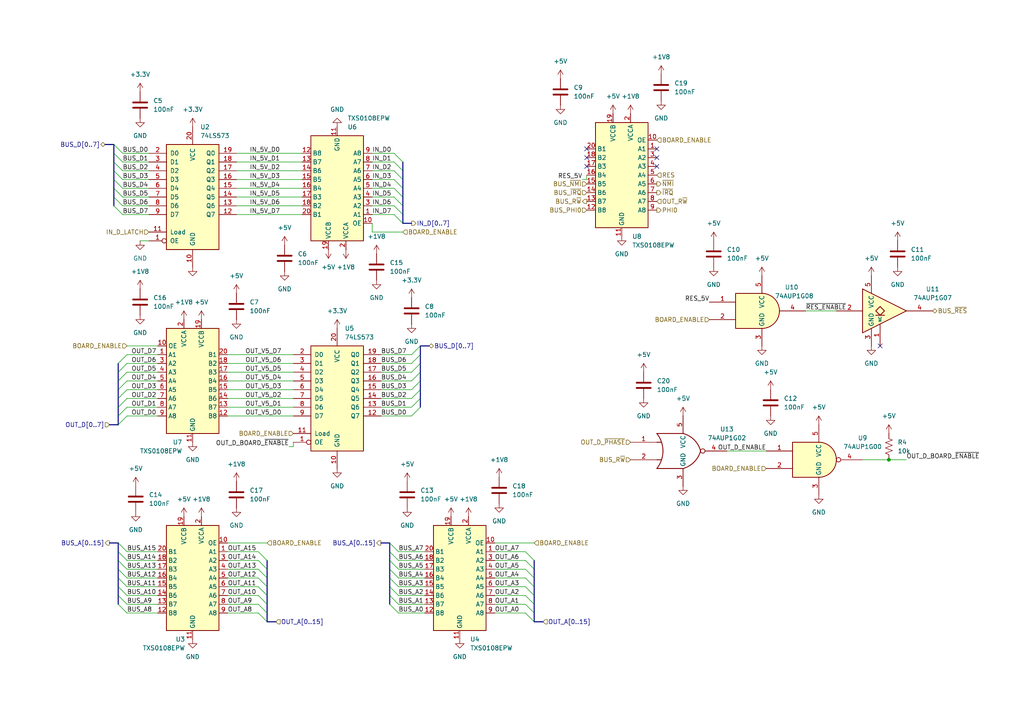
<source format=kicad_sch>
(kicad_sch (version 20231120) (generator "eeschema") (generator_version "8.0")
  (paper "A4")
  (lib_symbols
    (symbol "74xGxx:74AUP1G00"
      (property "Reference" "U" (at -2.54 3.81 0))
      (property "Value" "74AUP1G00" (at 0 -3.81 0))
      (symbol "74AUP1G00_0_1"
        (arc (start 0 -5.08) (mid 5.0579 0) (end 0 5.08) (stroke (width 0.254)) (fill (type background)))
        (polyline (pts (xy 0 -5.08) (xy -7.62 -5.08) (xy -7.62 5.08) (xy 0 5.08)) (stroke (width 0.254)) (fill (type background)))
      )
      (symbol "74AUP1G00_1_1"
        (pin input line (at -15.24 2.54 0) (length 7.62) (name "~") (number "1"))
        (pin input line (at -15.24 -2.54 0) (length 7.62) (name "~") (number "2"))
        (pin power_in line (at 0 -10.16 90) (length 5.08) (name "GND") (number "3"))
        (pin output inverted (at 12.7 0 180) (length 7.62) (name "~") (number "4"))
        (pin power_in line (at 0 10.16 270) (length 5.08) (name "VCC") (number "5"))
      )
    )
    (symbol "74xGxx:74AUP1G02"
      (property "Reference" "U" (at -2.54 3.81 0))
      (property "Value" "74AUP1G02" (at 0 -3.81 0))
      (symbol "74AUP1G02_0_1"
        (arc (start -7.62 -5.08) (mid -5.838 0) (end -7.62 5.08) (stroke (width 0.254)))
        (arc (start 0 -5.08) (mid 3.1986 -3.2054) (end 5.08 0) (stroke (width 0.254)))
        (polyline (pts (xy -7.62 -2.54) (xy -6.35 -2.54)) (stroke (width 0.254)) (fill (type background)))
        (polyline (pts (xy -7.62 2.54) (xy -6.35 2.54)) (stroke (width 0.254)) (fill (type background)))
        (polyline (pts (xy 0 -5.08) (xy -7.62 -5.08)) (stroke (width 0.254)) (fill (type background)))
        (polyline (pts (xy 0 5.08) (xy -7.62 5.08)) (stroke (width 0.254)) (fill (type background)))
        (arc (start 5.08 0) (mid 3.2238 3.2304) (end 0 5.08) (stroke (width 0.254)))
      )
      (symbol "74AUP1G02_1_1"
        (pin input line (at -15.24 2.54 0) (length 7.62) (name "~") (number "1"))
        (pin input line (at -15.24 -2.54 0) (length 7.62) (name "~") (number "2"))
        (pin power_in line (at 0 -10.16 90) (length 5.08) (name "GND") (number "3"))
        (pin output inverted (at 12.7 0 180) (length 7.62) (name "~") (number "4"))
        (pin power_in line (at 0 10.16 270) (length 5.08) (name "VCC") (number "5"))
      )
    )
    (symbol "74xGxx:74AUP1G07"
      (property "Reference" "U" (at -2.54 3.81 0))
      (property "Value" "74AUP1G07" (at 0 -3.81 0))
      (symbol "74AUP1G07_0_1"
        (polyline (pts (xy -3.81 -1.27) (xy -1.27 -1.27)) (stroke (width 0.254)) (fill (type background)))
        (polyline (pts (xy -7.62 6.35) (xy -7.62 -6.35) (xy 5.08 0) (xy -7.62 6.35)) (stroke (width 0.254)) (fill (type background)))
        (polyline (pts (xy -2.54 1.27) (xy -3.81 0) (xy -2.54 -1.27) (xy -1.27 0) (xy -2.54 1.27)) (stroke (width 0.254)) (fill (type background)))
      )
      (symbol "74AUP1G07_1_1"
        (pin free line (at -2.54 -10.16 90) (length 6.35) (name "NC") (number "1"))
        (pin input line (at -15.24 0 0) (length 7.62) (name "~") (number "2"))
        (pin power_in line (at -5.08 -10.16 90) (length 5.08) (name "GND") (number "3"))
        (pin open_collector line (at 12.7 0 180) (length 7.62) (name "~") (number "4"))
        (pin power_in line (at -5.08 10.16 270) (length 5.08) (name "VCC") (number "5"))
      )
    )
    (symbol "74xGxx:74AUP1G08"
      (property "Reference" "U" (at -2.54 3.81 0))
      (property "Value" "74AUP1G08" (at 0 -3.81 0))
      (symbol "74AUP1G08_0_1"
        (arc (start 0 -5.08) (mid 5.0579 0) (end 0 5.08) (stroke (width 0.254)) (fill (type background)))
        (polyline (pts (xy 0 -5.08) (xy -7.62 -5.08) (xy -7.62 5.08) (xy 0 5.08)) (stroke (width 0.254)) (fill (type background)))
      )
      (symbol "74AUP1G08_1_1"
        (pin input line (at -15.24 2.54 0) (length 7.62) (name "~") (number "1"))
        (pin input line (at -15.24 -2.54 0) (length 7.62) (name "~") (number "2"))
        (pin power_in line (at 0 -10.16 90) (length 5.08) (name "GND") (number "3"))
        (pin output line (at 12.7 0 180) (length 7.62) (name "~") (number "4"))
        (pin power_in line (at 0 10.16 270) (length 5.08) (name "VCC") (number "5"))
      )
    )
    (symbol "74xx:74LS573" (pin_names (offset 1.016))
      (property "Reference" "U" (at -7.62 16.51 0))
      (property "Value" "74LS573" (at -7.62 -16.51 0))
      (symbol "74LS573_1_0"
        (pin input inverted (at -12.7 -12.7 0) (length 5.08) (name "OE") (number "1"))
        (pin power_in line (at 0 -20.32 90) (length 5.08) (name "GND") (number "10"))
        (pin input line (at -12.7 -10.16 0) (length 5.08) (name "Load") (number "11"))
        (pin tri_state line (at 12.7 -5.08 180) (length 5.08) (name "Q7") (number "12"))
        (pin tri_state line (at 12.7 -2.54 180) (length 5.08) (name "Q6") (number "13"))
        (pin tri_state line (at 12.7 0 180) (length 5.08) (name "Q5") (number "14"))
        (pin tri_state line (at 12.7 2.54 180) (length 5.08) (name "Q4") (number "15"))
        (pin tri_state line (at 12.7 5.08 180) (length 5.08) (name "Q3") (number "16"))
        (pin tri_state line (at 12.7 7.62 180) (length 5.08) (name "Q2") (number "17"))
        (pin tri_state line (at 12.7 10.16 180) (length 5.08) (name "Q1") (number "18"))
        (pin tri_state line (at 12.7 12.7 180) (length 5.08) (name "Q0") (number "19"))
        (pin input line (at -12.7 12.7 0) (length 5.08) (name "D0") (number "2"))
        (pin power_in line (at 0 20.32 270) (length 5.08) (name "VCC") (number "20"))
        (pin input line (at -12.7 10.16 0) (length 5.08) (name "D1") (number "3"))
        (pin input line (at -12.7 7.62 0) (length 5.08) (name "D2") (number "4"))
        (pin input line (at -12.7 5.08 0) (length 5.08) (name "D3") (number "5"))
        (pin input line (at -12.7 2.54 0) (length 5.08) (name "D4") (number "6"))
        (pin input line (at -12.7 0 0) (length 5.08) (name "D5") (number "7"))
        (pin input line (at -12.7 -2.54 0) (length 5.08) (name "D6") (number "8"))
        (pin input line (at -12.7 -5.08 0) (length 5.08) (name "D7") (number "9"))
      )
      (symbol "74LS573_1_1"
        (rectangle (start -7.62 15.24) (end 7.62 -15.24) (stroke (width 0.254)) (fill (type background)))
      )
    )
    (symbol "Device:C" (pin_numbers hide) (pin_names (offset 0.254))
      (property "Reference" "C" (at 0.635 2.54 0))
      (property "Value" "C" (at 0.635 -2.54 0))
      (symbol "C_0_1"
        (polyline (pts (xy -2.032 -0.762) (xy 2.032 -0.762)) (stroke (width 0.508)))
        (polyline (pts (xy -2.032 0.762) (xy 2.032 0.762)) (stroke (width 0.508)))
      )
      (symbol "C_1_1"
        (pin passive line (at 0 3.81 270) (length 2.794) (name "~") (number "1"))
        (pin passive line (at 0 -3.81 90) (length 2.794) (name "~") (number "2"))
      )
    )
    (symbol "Device:R_US" (pin_numbers hide) (pin_names (offset 0))
      (property "Reference" "R" (at 2.54 0 90))
      (property "Value" "R_US" (at -2.54 0 90))
      (symbol "R_US_0_1"
        (polyline (pts (xy 0 -2.286) (xy 0 -2.54)))
        (polyline (pts (xy 0 2.286) (xy 0 2.54)))
        (polyline (pts (xy 0 -0.762) (xy 1.016 -1.143) (xy 0 -1.524) (xy -1.016 -1.905) (xy 0 -2.286)))
        (polyline (pts (xy 0 0.762) (xy 1.016 0.381) (xy 0 0) (xy -1.016 -0.381) (xy 0 -0.762)))
        (polyline (pts (xy 0 2.286) (xy 1.016 1.905) (xy 0 1.524) (xy -1.016 1.143) (xy 0 0.762)))
      )
      (symbol "R_US_1_1"
        (pin passive line (at 0 3.81 270) (length 1.27) (name "~") (number "1"))
        (pin passive line (at 0 -3.81 90) (length 1.27) (name "~") (number "2"))
      )
    )
    (symbol "Logic_LevelTranslator:TXS0108EPW"
      (property "Reference" "U" (at -6.35 16.51 0))
      (property "Value" "TXS0108EPW" (at 3.81 16.51 0))
      (symbol "TXS0108EPW_0_1"
        (rectangle (start -7.62 15.24) (end 7.62 -15.24) (stroke (width 0.254)) (fill (type background)))
      )
      (symbol "TXS0108EPW_1_1"
        (pin bidirectional line (at -10.16 7.62 0) (length 2.54) (name "A1") (number "1"))
        (pin input line (at -10.16 10.16 0) (length 2.54) (name "OE") (number "10"))
        (pin power_in line (at 0 -17.78 90) (length 2.54) (name "GND") (number "11"))
        (pin bidirectional line (at 10.16 -10.16 180) (length 2.54) (name "B8") (number "12"))
        (pin bidirectional line (at 10.16 -7.62 180) (length 2.54) (name "B7") (number "13"))
        (pin bidirectional line (at 10.16 -5.08 180) (length 2.54) (name "B6") (number "14"))
        (pin bidirectional line (at 10.16 -2.54 180) (length 2.54) (name "B5") (number "15"))
        (pin bidirectional line (at 10.16 0 180) (length 2.54) (name "B4") (number "16"))
        (pin bidirectional line (at 10.16 2.54 180) (length 2.54) (name "B3") (number "17"))
        (pin bidirectional line (at 10.16 5.08 180) (length 2.54) (name "B2") (number "18"))
        (pin power_in line (at 2.54 17.78 270) (length 2.54) (name "VCCB") (number "19"))
        (pin power_in line (at -2.54 17.78 270) (length 2.54) (name "VCCA") (number "2"))
        (pin bidirectional line (at 10.16 7.62 180) (length 2.54) (name "B1") (number "20"))
        (pin bidirectional line (at -10.16 5.08 0) (length 2.54) (name "A2") (number "3"))
        (pin bidirectional line (at -10.16 2.54 0) (length 2.54) (name "A3") (number "4"))
        (pin bidirectional line (at -10.16 0 0) (length 2.54) (name "A4") (number "5"))
        (pin bidirectional line (at -10.16 -2.54 0) (length 2.54) (name "A5") (number "6"))
        (pin bidirectional line (at -10.16 -5.08 0) (length 2.54) (name "A6") (number "7"))
        (pin bidirectional line (at -10.16 -7.62 0) (length 2.54) (name "A7") (number "8"))
        (pin bidirectional line (at -10.16 -10.16 0) (length 2.54) (name "A8") (number "9"))
      )
    )
    (symbol "power:+1V8" (power) (pin_numbers hide) (pin_names (offset 0) hide)
      (property "Value" "+1V8" (at 0 3.556 0))
      (symbol "+1V8_0_1"
        (polyline (pts (xy -0.762 1.27) (xy 0 2.54)))
        (polyline (pts (xy 0 0) (xy 0 2.54)))
        (polyline (pts (xy 0 2.54) (xy 0.762 1.27)))
      )
      (symbol "+1V8_1_1"
        (pin power_in line (at 0 0 90) (length 0) (name "~") (number "1"))
      )
    )
    (symbol "power:+3.3V" (power) (pin_numbers hide) (pin_names (offset 0) hide)
      (property "Value" "+3.3V" (at 0 3.556 0))
      (symbol "+3.3V_0_1"
        (polyline (pts (xy -0.762 1.27) (xy 0 2.54)))
        (polyline (pts (xy 0 0) (xy 0 2.54)))
        (polyline (pts (xy 0 2.54) (xy 0.762 1.27)))
      )
      (symbol "+3.3V_1_1"
        (pin power_in line (at 0 0 90) (length 0) (name "~") (number "1"))
      )
    )
    (symbol "power:+5V" (power) (pin_numbers hide) (pin_names (offset 0) hide)
      (property "Value" "+5V" (at 0 3.556 0))
      (symbol "+5V_0_1"
        (polyline (pts (xy -0.762 1.27) (xy 0 2.54)))
        (polyline (pts (xy 0 0) (xy 0 2.54)))
        (polyline (pts (xy 0 2.54) (xy 0.762 1.27)))
      )
      (symbol "+5V_1_1"
        (pin power_in line (at 0 0 90) (length 0) (name "~") (number "1"))
      )
    )
    (symbol "power:GND" (power) (pin_numbers hide) (pin_names (offset 0) hide)
      (property "Value" "GND" (at 0 -3.81 0))
      (symbol "GND_0_1"
        (polyline (pts (xy 0 0) (xy 0 -1.27) (xy 1.27 -1.27) (xy 0 -2.54) (xy -1.27 -1.27) (xy 0 -1.27)))
      )
      (symbol "GND_1_1"
        (pin power_in line (at 0 0 270) (length 0) (name "~") (number "1"))
      )
    )
  )
  (junction (at 257.81 133.35))
  (no_connect (at 170.18 48.26))
  (no_connect (at 170.18 45.72))
  (no_connect (at 190.5 48.26))
  (no_connect (at 190.5 45.72))
  (no_connect (at 170.18 43.18))
  (no_connect (at 105.41 -10.16))
  (no_connect (at 255.27 100.33))
  (no_connect (at 190.5 43.18))
  (bus_entry (at 33.02 54.61) (size 2.54 2.54))
  (bus_entry (at 119.38 110.49) (size 2.54 -2.54))
  (bus_entry (at 34.29 120.65) (size 2.54 -2.54))
  (bus_entry (at 119.38 113.03) (size 2.54 -2.54))
  (bus_entry (at 152.4 175.26) (size 2.54 2.54))
  (bus_entry (at 34.29 175.26) (size 2.54 2.54))
  (bus_entry (at 33.02 46.99) (size 2.54 2.54))
  (bus_entry (at 34.29 123.19) (size 2.54 -2.54))
  (bus_entry (at 74.93 177.8) (size 2.54 2.54))
  (bus_entry (at 34.29 160.02) (size 2.54 2.54))
  (bus_entry (at 33.02 52.07) (size 2.54 2.54))
  (bus_entry (at 152.4 177.8) (size 2.54 2.54))
  (bus_entry (at 74.93 167.64) (size 2.54 2.54))
  (bus_entry (at 113.03 175.26) (size 2.54 2.54))
  (bus_entry (at 34.29 167.64) (size 2.54 2.54))
  (bus_entry (at 152.4 172.72) (size 2.54 2.54))
  (bus_entry (at 113.03 157.48) (size 2.54 2.54))
  (bus_entry (at 152.4 167.64) (size 2.54 2.54))
  (bus_entry (at 34.29 165.1) (size 2.54 2.54))
  (bus_entry (at 74.93 172.72) (size 2.54 2.54))
  (bus_entry (at 113.03 167.64) (size 2.54 2.54))
  (bus_entry (at 34.29 170.18) (size 2.54 2.54))
  (bus_entry (at 113.03 160.02) (size 2.54 2.54))
  (bus_entry (at 114.3 59.69) (size 2.54 2.54))
  (bus_entry (at 33.02 57.15) (size 2.54 2.54))
  (bus_entry (at 113.03 165.1) (size 2.54 2.54))
  (bus_entry (at 113.03 172.72) (size 2.54 2.54))
  (bus_entry (at 114.3 46.99) (size 2.54 2.54))
  (bus_entry (at 113.03 162.56) (size 2.54 2.54))
  (bus_entry (at 34.29 172.72) (size 2.54 2.54))
  (bus_entry (at 34.29 107.95) (size 2.54 -2.54))
  (bus_entry (at 34.29 118.11) (size 2.54 -2.54))
  (bus_entry (at 33.02 41.91) (size 2.54 2.54))
  (bus_entry (at 114.3 54.61) (size 2.54 2.54))
  (bus_entry (at 152.4 160.02) (size 2.54 2.54))
  (bus_entry (at 152.4 165.1) (size 2.54 2.54))
  (bus_entry (at 119.38 118.11) (size 2.54 -2.54))
  (bus_entry (at 114.3 49.53) (size 2.54 2.54))
  (bus_entry (at 34.29 115.57) (size 2.54 -2.54))
  (bus_entry (at 33.02 59.69) (size 2.54 2.54))
  (bus_entry (at 34.29 162.56) (size 2.54 2.54))
  (bus_entry (at 74.93 160.02) (size 2.54 2.54))
  (bus_entry (at 74.93 170.18) (size 2.54 2.54))
  (bus_entry (at 114.3 57.15) (size 2.54 2.54))
  (bus_entry (at 33.02 49.53) (size 2.54 2.54))
  (bus_entry (at 34.29 113.03) (size 2.54 -2.54))
  (bus_entry (at 119.38 102.87) (size 2.54 -2.54))
  (bus_entry (at 152.4 162.56) (size 2.54 2.54))
  (bus_entry (at 33.02 44.45) (size 2.54 2.54))
  (bus_entry (at 152.4 170.18) (size 2.54 2.54))
  (bus_entry (at 34.29 110.49) (size 2.54 -2.54))
  (bus_entry (at 34.29 105.41) (size 2.54 -2.54))
  (bus_entry (at 74.93 165.1) (size 2.54 2.54))
  (bus_entry (at 114.3 52.07) (size 2.54 2.54))
  (bus_entry (at 119.38 107.95) (size 2.54 -2.54))
  (bus_entry (at 74.93 162.56) (size 2.54 2.54))
  (bus_entry (at 114.3 44.45) (size 2.54 2.54))
  (bus_entry (at 114.3 62.23) (size 2.54 2.54))
  (bus_entry (at 119.38 105.41) (size 2.54 -2.54))
  (bus_entry (at 119.38 115.57) (size 2.54 -2.54))
  (bus_entry (at 34.29 157.48) (size 2.54 2.54))
  (bus_entry (at 119.38 120.65) (size 2.54 -2.54))
  (bus_entry (at 113.03 170.18) (size 2.54 2.54))
  (bus_entry (at 74.93 175.26) (size 2.54 2.54))
  (wire (pts (xy 36.83 113.03) (xy 45.72 113.03)))
  (bus (pts (xy 33.02 44.45) (xy 33.02 41.91)))
  (wire (pts (xy 36.83 102.87) (xy 45.72 102.87)))
  (bus (pts (xy 121.92 118.11) (xy 121.92 115.57)))
  (wire (pts (xy 115.57 175.26) (xy 123.19 175.26)))
  (wire (pts (xy 115.57 167.64) (xy 123.19 167.64)))
  (wire (pts (xy 66.04 162.56) (xy 74.93 162.56)))
  (wire (pts (xy 83.82 129.54) (xy 85.09 129.54)))
  (wire (pts (xy 36.83 120.65) (xy 45.72 120.65)))
  (wire (pts (xy 66.04 170.18) (xy 74.93 170.18)))
  (wire (pts (xy 66.04 175.26) (xy 74.93 175.26)))
  (wire (pts (xy 107.95 59.69) (xy 114.3 59.69)))
  (wire (pts (xy 66.04 172.72) (xy 74.93 172.72)))
  (bus (pts (xy 34.29 167.64) (xy 34.29 165.1)))
  (bus (pts (xy 31.75 123.19) (xy 34.29 123.19)))
  (bus (pts (xy 154.94 177.8) (xy 154.94 175.26)))
  (wire (pts (xy 107.95 44.45) (xy 114.3 44.45)))
  (bus (pts (xy 116.84 64.77) (xy 119.38 64.77)))
  (bus (pts (xy 33.02 57.15) (xy 33.02 54.61)))
  (bus (pts (xy 113.03 162.56) (xy 113.03 160.02)))
  (wire (pts (xy 115.57 172.72) (xy 123.19 172.72)))
  (wire (pts (xy 66.04 102.87) (xy 85.09 102.87)))
  (wire (pts (xy 107.95 49.53) (xy 114.3 49.53)))
  (wire (pts (xy 36.83 118.11) (xy 45.72 118.11)))
  (wire (pts (xy 36.83 165.1) (xy 45.72 165.1)))
  (bus (pts (xy 34.29 118.11) (xy 34.29 120.65)))
  (bus (pts (xy 154.94 165.1) (xy 154.94 162.56)))
  (wire (pts (xy 68.58 54.61) (xy 87.63 54.61)))
  (wire (pts (xy 170.18 52.07) (xy 168.91 52.07)))
  (wire (pts (xy 66.04 115.57) (xy 85.09 115.57)))
  (bus (pts (xy 113.03 170.18) (xy 113.03 167.64)))
  (wire (pts (xy 36.83 172.72) (xy 45.72 172.72)))
  (wire (pts (xy 36.83 175.26) (xy 45.72 175.26)))
  (wire (pts (xy 66.04 165.1) (xy 74.93 165.1)))
  (wire (pts (xy 36.83 162.56) (xy 45.72 162.56)))
  (wire (pts (xy 110.49 105.41) (xy 119.38 105.41)))
  (bus (pts (xy 121.92 115.57) (xy 121.92 113.03)))
  (wire (pts (xy 107.95 67.31) (xy 107.95 64.77)))
  (bus (pts (xy 77.47 167.64) (xy 77.47 165.1)))
  (wire (pts (xy 143.51 175.26) (xy 152.4 175.26)))
  (bus (pts (xy 116.84 52.07) (xy 116.84 54.61)))
  (bus (pts (xy 113.03 175.26) (xy 113.03 172.72)))
  (bus (pts (xy 154.94 172.72) (xy 154.94 170.18)))
  (wire (pts (xy 115.57 177.8) (xy 123.19 177.8)))
  (bus (pts (xy 116.84 59.69) (xy 116.84 62.23)))
  (bus (pts (xy 34.29 105.41) (xy 34.29 107.95)))
  (bus (pts (xy 121.92 102.87) (xy 121.92 100.33)))
  (wire (pts (xy 36.83 177.8) (xy 45.72 177.8)))
  (bus (pts (xy 77.47 175.26) (xy 77.47 172.72)))
  (bus (pts (xy 33.02 59.69) (xy 33.02 57.15)))
  (bus (pts (xy 33.02 54.61) (xy 33.02 52.07)))
  (wire (pts (xy 257.81 133.35) (xy 262.89 133.35)))
  (wire (pts (xy 35.56 59.69) (xy 43.18 59.69)))
  (wire (pts (xy 66.04 105.41) (xy 85.09 105.41)))
  (wire (pts (xy 143.51 177.8) (xy 152.4 177.8)))
  (wire (pts (xy 35.56 49.53) (xy 43.18 49.53)))
  (wire (pts (xy 36.83 160.02) (xy 45.72 160.02)))
  (wire (pts (xy 35.56 46.99) (xy 43.18 46.99)))
  (wire (pts (xy 107.95 62.23) (xy 114.3 62.23)))
  (wire (pts (xy 68.58 49.53) (xy 87.63 49.53)))
  (wire (pts (xy 110.49 107.95) (xy 119.38 107.95)))
  (wire (pts (xy 110.49 118.11) (xy 119.38 118.11)))
  (bus (pts (xy 121.92 110.49) (xy 121.92 107.95)))
  (bus (pts (xy 121.92 105.41) (xy 121.92 102.87)))
  (wire (pts (xy 40.64 69.85) (xy 43.18 69.85)))
  (bus (pts (xy 31.75 157.48) (xy 34.29 157.48)))
  (bus (pts (xy 34.29 115.57) (xy 34.29 118.11)))
  (wire (pts (xy 115.57 160.02) (xy 123.19 160.02)))
  (wire (pts (xy 143.51 160.02) (xy 152.4 160.02)))
  (bus (pts (xy 116.84 49.53) (xy 116.84 52.07)))
  (wire (pts (xy 116.84 67.31) (xy 107.95 67.31)))
  (wire (pts (xy 68.58 46.99) (xy 87.63 46.99)))
  (bus (pts (xy 34.29 165.1) (xy 34.29 162.56)))
  (bus (pts (xy 34.29 120.65) (xy 34.29 123.19)))
  (wire (pts (xy 66.04 160.02) (xy 74.93 160.02)))
  (bus (pts (xy 154.94 175.26) (xy 154.94 172.72)))
  (wire (pts (xy 143.51 167.64) (xy 152.4 167.64)))
  (wire (pts (xy 143.51 162.56) (xy 152.4 162.56)))
  (wire (pts (xy 36.83 110.49) (xy 45.72 110.49)))
  (bus (pts (xy 77.47 180.34) (xy 80.01 180.34)))
  (wire (pts (xy 110.49 110.49) (xy 119.38 110.49)))
  (wire (pts (xy 143.51 165.1) (xy 152.4 165.1)))
  (bus (pts (xy 113.03 167.64) (xy 113.03 165.1)))
  (wire (pts (xy 107.95 54.61) (xy 114.3 54.61)))
  (wire (pts (xy 143.51 172.72) (xy 152.4 172.72)))
  (bus (pts (xy 33.02 49.53) (xy 33.02 46.99)))
  (bus (pts (xy 34.29 110.49) (xy 34.29 113.03)))
  (wire (pts (xy 250.19 133.35) (xy 257.81 133.35)))
  (wire (pts (xy 110.49 102.87) (xy 119.38 102.87)))
  (wire (pts (xy 66.04 177.8) (xy 74.93 177.8)))
  (wire (pts (xy 66.04 167.64) (xy 74.93 167.64)))
  (wire (pts (xy 115.57 165.1) (xy 123.19 165.1)))
  (wire (pts (xy 85.09 129.54) (xy 85.09 128.27)))
  (wire (pts (xy 68.58 52.07) (xy 87.63 52.07)))
  (bus (pts (xy 77.47 177.8) (xy 77.47 175.26)))
  (bus (pts (xy 30.48 41.91) (xy 33.02 41.91)))
  (wire (pts (xy 35.56 52.07) (xy 43.18 52.07)))
  (wire (pts (xy 36.83 105.41) (xy 45.72 105.41)))
  (bus (pts (xy 77.47 165.1) (xy 77.47 162.56)))
  (wire (pts (xy 66.04 113.03) (xy 85.09 113.03)))
  (wire (pts (xy 36.83 167.64) (xy 45.72 167.64)))
  (wire (pts (xy 107.95 52.07) (xy 114.3 52.07)))
  (wire (pts (xy 170.18 50.8) (xy 170.18 52.07)))
  (bus (pts (xy 34.29 162.56) (xy 34.29 160.02)))
  (bus (pts (xy 110.49 157.48) (xy 113.03 157.48)))
  (wire (pts (xy 115.57 162.56) (xy 123.19 162.56)))
  (wire (pts (xy 66.04 118.11) (xy 85.09 118.11)))
  (wire (pts (xy 36.83 115.57) (xy 45.72 115.57)))
  (bus (pts (xy 33.02 46.99) (xy 33.02 44.45)))
  (bus (pts (xy 34.29 107.95) (xy 34.29 110.49)))
  (wire (pts (xy 66.04 110.49) (xy 85.09 110.49)))
  (wire (pts (xy 35.56 54.61) (xy 43.18 54.61)))
  (bus (pts (xy 121.92 100.33) (xy 124.46 100.33)))
  (wire (pts (xy 210.82 130.81) (xy 222.25 130.81)))
  (bus (pts (xy 33.02 52.07) (xy 33.02 49.53)))
  (wire (pts (xy 36.83 100.33) (xy 45.72 100.33)))
  (bus (pts (xy 154.94 170.18) (xy 154.94 167.64)))
  (bus (pts (xy 154.94 180.34) (xy 154.94 177.8)))
  (bus (pts (xy 121.92 113.03) (xy 121.92 110.49)))
  (bus (pts (xy 77.47 180.34) (xy 77.47 177.8)))
  (wire (pts (xy 35.56 62.23) (xy 43.18 62.23)))
  (wire (pts (xy 66.04 107.95) (xy 85.09 107.95)))
  (bus (pts (xy 116.84 62.23) (xy 116.84 64.77)))
  (wire (pts (xy 68.58 44.45) (xy 87.63 44.45)))
  (wire (pts (xy 242.57 90.17) (xy 233.68 90.17)))
  (bus (pts (xy 154.94 180.34) (xy 157.48 180.34)))
  (bus (pts (xy 113.03 160.02) (xy 113.03 157.48)))
  (bus (pts (xy 34.29 113.03) (xy 34.29 115.57)))
  (wire (pts (xy 143.51 157.48) (xy 154.94 157.48)))
  (bus (pts (xy 116.84 57.15) (xy 116.84 59.69)))
  (bus (pts (xy 113.03 172.72) (xy 113.03 170.18)))
  (wire (pts (xy 68.58 57.15) (xy 87.63 57.15)))
  (wire (pts (xy 66.04 120.65) (xy 85.09 120.65)))
  (wire (pts (xy 68.58 59.69) (xy 87.63 59.69)))
  (wire (pts (xy 36.83 107.95) (xy 45.72 107.95)))
  (wire (pts (xy 115.57 170.18) (xy 123.19 170.18)))
  (wire (pts (xy 110.49 113.03) (xy 119.38 113.03)))
  (bus (pts (xy 34.29 160.02) (xy 34.29 157.48)))
  (bus (pts (xy 77.47 167.64) (xy 77.47 170.18)))
  (wire (pts (xy 110.49 120.65) (xy 119.38 120.65)))
  (wire (pts (xy 68.58 62.23) (xy 87.63 62.23)))
  (wire (pts (xy 35.56 44.45) (xy 43.18 44.45)))
  (wire (pts (xy 66.04 157.48) (xy 77.47 157.48)))
  (bus (pts (xy 116.84 46.99) (xy 116.84 49.53)))
  (bus (pts (xy 121.92 107.95) (xy 121.92 105.41)))
  (wire (pts (xy 107.95 46.99) (xy 114.3 46.99)))
  (wire (pts (xy 110.49 115.57) (xy 119.38 115.57)))
  (wire (pts (xy 35.56 57.15) (xy 43.18 57.15)))
  (bus (pts (xy 116.84 54.61) (xy 116.84 57.15)))
  (bus (pts (xy 34.29 172.72) (xy 34.29 170.18)))
  (bus (pts (xy 34.29 170.18) (xy 34.29 167.64)))
  (bus (pts (xy 34.29 175.26) (xy 34.29 172.72)))
  (wire (pts (xy 107.95 57.15) (xy 114.3 57.15)))
  (bus (pts (xy 77.47 172.72) (xy 77.47 170.18)))
  (wire (pts (xy 143.51 170.18) (xy 152.4 170.18)))
  (bus (pts (xy 113.03 165.1) (xy 113.03 162.56)))
  (wire (pts (xy 36.83 170.18) (xy 45.72 170.18)))
  (bus (pts (xy 154.94 167.64) (xy 154.94 165.1)))
  (label "BUS_D1" (at 35.56 46.99 0))
  (label "OUT_A14" (at 66.04 162.56 0))
  (label "BUS_D5" (at 110.49 107.95 0))
  (label "BUS_A10" (at 36.83 172.72 0))
  (label "BUS_D4" (at 35.56 54.61 0))
  (label "BUS_D5" (at 35.56 57.15 0))
  (label "OUT_A10" (at 66.04 172.72 0))
  (label "BUS_D2" (at 110.49 115.57 0))
  (label "IN_D7" (at 107.95 62.23 0))
  (label "RES_5V" (at 205.74 87.63 180))
  (label "OUT_D1" (at 38.1 118.11 0))
  (label "BUS_D7" (at 35.56 62.23 0))
  (label "BUS_A7" (at 115.57 160.02 0))
  (label "OUT_A3" (at 143.51 170.18 0))
  (label "IN_D3" (at 107.95 52.07 0))
  (label "OUT_A2" (at 143.51 172.72 0))
  (label "IN_D5" (at 107.95 57.15 0))
  (label "OUT_A12" (at 66.04 167.64 0))
  (label "BUS_A15" (at 36.83 160.02 0))
  (label "OUT_V5_D5" (at 71.12 107.95 0))
  (label "BUS_D0" (at 35.56 44.45 0))
  (label "OUT_V5_D0" (at 71.12 120.65 0))
  (label "IN_5V_D6" (at 72.39 59.69 0))
  (label "IN_5V_D5" (at 72.39 57.15 0))
  (label "BUS_D0" (at 110.49 120.65 0))
  (label "BUS_D6" (at 35.56 59.69 0))
  (label "IN_5V_D7" (at 72.39 62.23 0))
  (label "IN_D4" (at 107.95 54.61 0))
  (label "BUS_D1" (at 110.49 118.11 0))
  (label "OUT_D3" (at 38.1 113.03 0))
  (label "OUT_V5_D6" (at 71.12 105.41 0))
  (label "BUS_A1" (at 115.57 175.26 0))
  (label "OUT_V5_D2" (at 71.12 115.57 0))
  (label "BUS_A5" (at 115.57 165.1 0))
  (label "BUS_D7" (at 110.49 102.87 0))
  (label "OUT_A4" (at 143.51 167.64 0))
  (label "OUT_D0" (at 38.1 120.65 0))
  (label "OUT_V5_D1" (at 71.12 118.11 0))
  (label "IN_D6" (at 107.95 59.69 0))
  (label "IN_5V_D3" (at 72.39 52.07 0))
  (label "BUS_D3" (at 110.49 113.03 0))
  (label "OUT_A15" (at 66.04 160.02 0))
  (label "OUT_A9" (at 66.04 175.26 0))
  (label "OUT_D_ENABLE" (at 222.25 130.81 180))
  (label "OUT_A7" (at 143.51 160.02 0))
  (label "BUS_D4" (at 110.49 110.49 0))
  (label "OUT_D6" (at 38.1 105.41 0))
  (label "OUT_A11" (at 66.04 170.18 0))
  (label "OUT_A8" (at 66.04 177.8 0))
  (label "OUT_A6" (at 143.51 162.56 0))
  (label "BUS_D2" (at 35.56 49.53 0))
  (label "BUS_D6" (at 110.49 105.41 0))
  (label "OUT_D_BOARD_~{ENABLE}" (at 83.82 129.54 180))
  (label "OUT_A0" (at 143.51 177.8 0))
  (label "BUS_A4" (at 115.57 167.64 0))
  (label "IN_5V_D4" (at 72.39 54.61 0))
  (label "BUS_A0" (at 115.57 177.8 0))
  (label "BUS_A6" (at 115.57 162.56 0))
  (label "IN_D0" (at 107.95 44.45 0))
  (label "BUS_A14" (at 36.83 162.56 0))
  (label "OUT_D4" (at 38.1 110.49 0))
  (label "BUS_D3" (at 35.56 52.07 0))
  (label "BUS_A2" (at 115.57 172.72 0))
  (label "IN_D1" (at 107.95 46.99 0))
  (label "OUT_D5" (at 38.1 107.95 0))
  (label "BUS_A3" (at 115.57 170.18 0))
  (label "OUT_V5_D4" (at 71.12 110.49 0))
  (label "BUS_A11" (at 36.83 170.18 0))
  (label "OUT_A13" (at 66.04 165.1 0))
  (label "OUT_V5_D3" (at 71.12 113.03 0))
  (label "OUT_D_BOARD_~{ENABLE}" (at 262.89 133.35 0))
  (label "OUT_D2" (at 38.1 115.57 0))
  (label "BUS_A9" (at 36.83 175.26 0))
  (label "BUS_A13" (at 36.83 165.1 0))
  (label "~{RES_ENABLE}" (at 233.68 90.17 0))
  (label "IN_5V_D2" (at 72.39 49.53 0))
  (label "OUT_V5_D7" (at 71.12 102.87 0))
  (label "OUT_A5" (at 143.51 165.1 0))
  (label "OUT_A1" (at 143.51 175.26 0))
  (label "IN_D2" (at 107.95 49.53 0))
  (label "OUT_D7" (at 38.1 102.87 0))
  (label "BUS_A8" (at 36.83 177.8 0))
  (label "RES_5V" (at 168.91 52.07 180))
  (label "IN_5V_D1" (at 72.39 46.99 0))
  (label "IN_5V_D0" (at 72.39 44.45 0))
  (label "BUS_A12" (at 36.83 167.64 0))
  (hierarchical_label "OUT_A[0..15]" (shape input) (at 80.01 180.34 0))
  (hierarchical_label "OUT_R~{W}" (shape input) (at 190.5 58.42 0))
  (hierarchical_label "~{NMI}" (shape output) (at 190.5 53.34 0))
  (hierarchical_label "IN_D_LATCH" (shape input) (at 43.18 67.31 180))
  (hierarchical_label "PHI0" (shape output) (at 190.5 60.96 0))
  (hierarchical_label "BOARD_ENABLE" (shape input) (at 116.84 67.31 0))
  (hierarchical_label "BUS_R~{W}" (shape output) (at 170.18 58.42 180))
  (hierarchical_label "BOARD_ENABLE" (shape input) (at 205.74 92.71 180))
  (hierarchical_label "BUS_D[0..7]" (shape bidirectional) (at 30.48 41.91 180))
  (hierarchical_label "BOARD_ENABLE" (shape input) (at 85.09 125.73 180))
  (hierarchical_label "BOARD_ENABLE" (shape input) (at 190.5 40.64 0))
  (hierarchical_label "OUT_A[0..15]" (shape input) (at 157.48 180.34 0))
  (hierarchical_label "BUS_A[0..15]" (shape output) (at 110.49 157.48 180))
  (hierarchical_label "BUS_~{NMI}" (shape input) (at 170.18 53.34 180))
  (hierarchical_label "BUS_PHI0" (shape input) (at 170.18 60.96 180))
  (hierarchical_label "BUS_D[0..7]" (shape bidirectional) (at 124.46 100.33 0))
  (hierarchical_label "BUS_A[0..15]" (shape output) (at 31.75 157.48 180))
  (hierarchical_label "IN_D[0..7]" (shape output) (at 119.38 64.77 0))
  (hierarchical_label "BUS_~{RES}" (shape bidirectional) (at 270.51 90.17 0))
  (hierarchical_label "~{IRQ}" (shape output) (at 190.5 55.88 0))
  (hierarchical_label "OUT_D[0..7]" (shape input) (at 31.75 123.19 180))
  (hierarchical_label "RES" (shape input) (at 190.5 50.8 0))
  (hierarchical_label "BOARD_ENABLE" (shape input) (at 36.83 100.33 180))
  (hierarchical_label "BOARD_ENABLE" (shape input) (at 154.94 157.48 0))
  (hierarchical_label "BUS_R~{W}" (shape input) (at 182.88 133.35 180))
  (hierarchical_label "BOARD_ENABLE" (shape input) (at 77.47 157.48 0))
  (hierarchical_label "BOARD_ENABLE" (shape input) (at 222.25 135.89 180))
  (hierarchical_label "BUS_~{IRQ}" (shape input) (at 170.18 55.88 180))
  (hierarchical_label "OUT_D_~{PHASE}" (shape input) (at 182.88 128.27 180))
  (symbol (lib_id "74xGxx:74AUP1G02") (at 198.12 130.81 0) (unit 1)
    (property "Reference" "U13" (at 210.82 124.4914 0))
    (property "Value" "74AUP1G02" (at 210.82 127.0314 0))
    (property "Footprint" "Package_TO_SOT_SMD:SOT-353_SC-70-5" (effects (hide yes)))
    (property "Datasheet" "https://www.ti.com/lit/ds/symlink/sn74aup1g02.pdf" (effects (hide yes)))
    (property "Description" "Single NOR Gate, Low-Voltage CMOS" (effects (hide yes)))
    (property "LCSC" "C460515" (effects (hide yes)))
  )
  (symbol (lib_id "power:GND") (at 55.88 77.47 0) (unit 1)
    (property "Reference" "#PWR010" (effects (hide yes)))
    (property "Value" "GND" (effects (hide yes)))
    (property "Description" "Power symbol creates a global label with name \"GND\" , ground" (effects (hide yes)))
  )
  (symbol (lib_id "Device:C") (at 223.52 116.84 0) (unit 1)
    (property "Reference" "C12" (at 227.33 115.5699 0) (effects (justify left)))
    (property "Value" "100nF" (at 227.33 118.1099 0) (effects (justify left)))
    (property "Footprint" "Capacitor_SMD:C_1206_3216Metric" (effects (hide yes)))
    (property "Description" "Unpolarized capacitor" (effects (hide yes)))
    (property "LCSC" "C24497" (effects (hide yes)))
  )
  (symbol (lib_id "power:+5V") (at 237.49 123.19 0) (unit 1)
    (property "Reference" "#PWR040" (effects (hide yes)))
    (property "Value" "+5V" (at 237.49 118.11 0))
    (property "Description" "Power symbol creates a global label with name \"+5V\"" (effects (hide yes)))
  )
  (symbol (lib_id "Device:C") (at 40.64 30.48 0) (unit 1)
    (property "Reference" "C5" (at 44.45 29.2099 0) (effects (justify left)))
    (property "Value" "100nF" (at 44.45 31.7499 0) (effects (justify left)))
    (property "Footprint" "Capacitor_SMD:C_1206_3216Metric" (effects (hide yes)))
    (property "Description" "Unpolarized capacitor" (effects (hide yes)))
    (property "LCSC" "C24497" (effects (hide yes)))
  )
  (symbol (lib_id "power:+5V") (at 177.8 33.02 0) (unit 1)
    (property "Reference" "#PWR026" (effects (hide yes)))
    (property "Value" "+5V" (at 177.8 27.94 0))
    (property "Description" "Power symbol creates a global label with name \"+5V\"" (effects (hide yes)))
  )
  (symbol (lib_id "power:GND") (at 144.78 146.05 0) (unit 1)
    (property "Reference" "#PWR071" (effects (hide yes)))
    (property "Value" "GND" (at 144.78 151.13 0))
    (property "Description" "Power symbol creates a global label with name \"GND\" , ground" (effects (hide yes)))
  )
  (symbol (lib_id "power:GND") (at 68.58 92.71 0) (unit 1)
    (property "Reference" "#PWR049" (effects (hide yes)))
    (property "Value" "GND" (at 68.58 97.79 0))
    (property "Description" "Power symbol creates a global label with name \"GND\" , ground" (effects (hide yes)))
  )
  (symbol (lib_id "Device:C") (at 68.58 143.51 0) (unit 1)
    (property "Reference" "C17" (at 72.39 142.2399 0) (effects (justify left)))
    (property "Value" "100nF" (at 72.39 144.7799 0) (effects (justify left)))
    (property "Footprint" "Capacitor_SMD:C_1206_3216Metric" (effects (hide yes)))
    (property "Description" "Unpolarized capacitor" (effects (hide yes)))
    (property "LCSC" "C24497" (effects (hide yes)))
  )
  (symbol (lib_id "power:GND") (at 82.55 78.74 0) (unit 1)
    (property "Reference" "#PWR047" (effects (hide yes)))
    (property "Value" "GND" (at 82.55 83.82 0))
    (property "Description" "Power symbol creates a global label with name \"GND\" , ground" (effects (hide yes)))
  )
  (symbol (lib_id "Device:C") (at 191.77 25.4 0) (unit 1)
    (property "Reference" "C19" (at 195.58 24.1299 0) (effects (justify left)))
    (property "Value" "100nF" (at 195.58 26.6699 0) (effects (justify left)))
    (property "Footprint" "Capacitor_SMD:C_1206_3216Metric" (effects (hide yes)))
    (property "Description" "Unpolarized capacitor" (effects (hide yes)))
    (property "LCSC" "C24497" (effects (hide yes)))
  )
  (symbol (lib_id "power:+5V") (at 39.37 140.97 0) (unit 1)
    (property "Reference" "#PWR062" (effects (hide yes)))
    (property "Value" "+5V" (at 39.37 135.89 0))
    (property "Description" "Power symbol creates a global label with name \"+5V\"" (effects (hide yes)))
  )
  (symbol (lib_id "power:+3.3V") (at 55.88 36.83 0) (unit 1)
    (property "Reference" "#PWR050" (effects (hide yes)))
    (property "Value" "+3.3V" (at 55.88 31.75 0))
    (property "Description" "Power symbol creates a global label with name \"+3.3V\"" (effects (hide yes)))
  )
  (symbol (lib_id "Device:C") (at 68.58 88.9 0) (unit 1)
    (property "Reference" "C7" (at 72.39 87.6299 0) (effects (justify left)))
    (property "Value" "100nF" (at 72.39 90.1699 0) (effects (justify left)))
    (property "Footprint" "Capacitor_SMD:C_1206_3216Metric" (effects (hide yes)))
    (property "Description" "Unpolarized capacitor" (effects (hide yes)))
    (property "LCSC" "C24497" (effects (hide yes)))
  )
  (symbol (lib_id "Logic_LevelTranslator:TXS0108EPW") (at 55.88 167.64 0) (mirror y) (unit 1)
    (property "Reference" "U3" (at 53.6859 185.42 0) (effects (justify left)))
    (property "Value" "TXS0108EPW" (at 53.6859 187.96 0) (effects (justify left)))
    (property "Footprint" "Package_SO:TSSOP-20_4.4x6.5mm_P0.65mm" (effects (hide yes)))
    (property "Datasheet" "www.ti.com/lit/ds/symlink/txs0108e.pdf" (effects (hide yes)))
    (property "Description" "Bidirectional  level-shifting voltage translator, TSSOP-20" (effects (hide yes)))
    (property "LCSC" "C17206" (effects (hide yes)))
  )
  (symbol (lib_id "power:GND") (at 39.37 148.59 0) (unit 1)
    (property "Reference" "#PWR063" (effects (hide yes)))
    (property "Value" "GND" (at 39.37 153.67 0))
    (property "Description" "Power symbol creates a global label with name \"GND\" , ground" (effects (hide yes)))
  )
  (symbol (lib_id "Device:C") (at 39.37 144.78 0) (unit 1)
    (property "Reference" "C14" (at 43.18 143.5099 0) (effects (justify left)))
    (property "Value" "100nF" (at 43.18 146.0499 0) (effects (justify left)))
    (property "Footprint" "Capacitor_SMD:C_1206_3216Metric" (effects (hide yes)))
    (property "Description" "Unpolarized capacitor" (effects (hide yes)))
    (property "LCSC" "C24497" (effects (hide yes)))
  )
  (symbol (lib_id "power:+5V") (at 68.58 85.09 0) (unit 1)
    (property "Reference" "#PWR048" (effects (hide yes)))
    (property "Value" "+5V" (at 68.58 80.01 0))
    (property "Description" "Power symbol creates a global label with name \"+5V\"" (effects (hide yes)))
  )
  (symbol (lib_id "power:GND") (at 97.79 135.89 0) (mirror y) (unit 1)
    (property "Reference" "#PWR017" (effects (hide yes)))
    (property "Value" "GND" (at 97.79 140.97 0))
    (property "Description" "Power symbol creates a global label with name \"GND\" , ground" (effects (hide yes)))
  )
  (symbol (lib_id "power:GND") (at 55.88 185.42 0) (unit 1)
    (property "Reference" "#PWR019" (effects (hide yes)))
    (property "Value" "GND" (at 55.88 190.5 0))
    (property "Description" "Power symbol creates a global label with name \"GND\" , ground" (effects (hide yes)))
  )
  (symbol (lib_id "Device:C") (at 119.38 90.17 0) (unit 1)
    (property "Reference" "C8" (at 123.19 88.8999 0) (effects (justify left)))
    (property "Value" "100nF" (at 123.19 91.4399 0) (effects (justify left)))
    (property "Footprint" "Capacitor_SMD:C_1206_3216Metric" (effects (hide yes)))
    (property "Description" "Unpolarized capacitor" (effects (hide yes)))
    (property "LCSC" "C24497" (effects (hide yes)))
  )
  (symbol (lib_id "Device:C") (at 82.55 74.93 0) (unit 1)
    (property "Reference" "C6" (at 86.36 73.6599 0) (effects (justify left)))
    (property "Value" "100nF" (at 86.36 76.1999 0) (effects (justify left)))
    (property "Footprint" "Capacitor_SMD:C_1206_3216Metric" (effects (hide yes)))
    (property "Description" "Unpolarized capacitor" (effects (hide yes)))
    (property "LCSC" "C24497" (effects (hide yes)))
  )
  (symbol (lib_id "power:GND") (at 118.11 147.32 0) (unit 1)
    (property "Reference" "#PWR061" (effects (hide yes)))
    (property "Value" "GND" (at 118.11 152.4 0))
    (property "Description" "Power symbol creates a global label with name \"GND\" , ground" (effects (hide yes)))
  )
  (symbol (lib_id "Device:C") (at 162.56 26.67 0) (unit 1)
    (property "Reference" "C9" (at 166.37 25.3999 0) (effects (justify left)))
    (property "Value" "100nF" (at 166.37 27.9399 0) (effects (justify left)))
    (property "Footprint" "Capacitor_SMD:C_1206_3216Metric" (effects (hide yes)))
    (property "Description" "Unpolarized capacitor" (effects (hide yes)))
    (property "LCSC" "C24497" (effects (hide yes)))
  )
  (symbol (lib_id "power:GND") (at 55.88 128.27 0) (mirror y) (unit 1)
    (property "Reference" "#PWR022" (effects (hide yes)))
    (property "Value" "GND" (at 55.88 133.35 0))
    (property "Description" "Power symbol creates a global label with name \"GND\" , ground" (effects (hide yes)))
  )
  (symbol (lib_id "power:GND") (at 191.77 29.21 0) (unit 1)
    (property "Reference" "#PWR073" (effects (hide yes)))
    (property "Value" "GND" (at 191.77 34.29 0))
    (property "Description" "Power symbol creates a global label with name \"GND\" , ground" (effects (hide yes)))
  )
  (symbol (lib_id "Logic_LevelTranslator:TXS0108EPW") (at 180.34 50.8 0) (mirror y) (unit 1)
    (property "Reference" "U8" (at 183.3565 68.58 0) (effects (justify right)))
    (property "Value" "TXS0108EPW" (at 183.3565 71.12 0) (effects (justify right)))
    (property "Footprint" "Package_SO:TSSOP-20_4.4x6.5mm_P0.65mm" (effects (hide yes)))
    (property "Datasheet" "www.ti.com/lit/ds/symlink/txs0108e.pdf" (effects (hide yes)))
    (property "Description" "Bidirectional  level-shifting voltage translator, TSSOP-20" (effects (hide yes)))
    (property "LCSC" "C17206" (effects (hide yes)))
  )
  (symbol (lib_id "Device:C") (at 109.22 77.47 0) (unit 1)
    (property "Reference" "C15" (at 113.03 76.1999 0) (effects (justify left)))
    (property "Value" "100nF" (at 113.03 78.7399 0) (effects (justify left)))
    (property "Footprint" "Capacitor_SMD:C_1206_3216Metric" (effects (hide yes)))
    (property "Description" "Unpolarized capacitor" (effects (hide yes)))
    (property "LCSC" "C24497" (effects (hide yes)))
  )
  (symbol (lib_id "power:GND") (at 133.35 185.42 0) (unit 1)
    (property "Reference" "#PWR016" (effects (hide yes)))
    (property "Value" "GND" (at 133.35 190.5 0))
    (property "Description" "Power symbol creates a global label with name \"GND\" , ground" (effects (hide yes)))
  )
  (symbol (lib_id "power:+5V") (at 207.01 69.85 0) (unit 1)
    (property "Reference" "#PWR054" (effects (hide yes)))
    (property "Value" "+5V" (at 207.01 64.77 0))
    (property "Description" "Power symbol creates a global label with name \"+5V\"" (effects (hide yes)))
  )
  (symbol (lib_id "Logic_LevelTranslator:TXS0108EPW") (at 133.35 167.64 0) (mirror y) (unit 1)
    (property "Reference" "U4" (at 136.3665 185.42 0) (effects (justify right)))
    (property "Value" "TXS0108EPW" (at 136.3665 187.96 0) (effects (justify right)))
    (property "Footprint" "Package_SO:TSSOP-20_4.4x6.5mm_P0.65mm" (effects (hide yes)))
    (property "Datasheet" "www.ti.com/lit/ds/symlink/txs0108e.pdf" (effects (hide yes)))
    (property "Description" "Bidirectional  level-shifting voltage translator, TSSOP-20" (effects (hide yes)))
    (property "LCSC" "C17206" (effects (hide yes)))
  )
  (symbol (lib_id "Logic_LevelTranslator:TXS0108EPW") (at 55.88 110.49 0) (unit 1)
    (property "Reference" "U7" (at 52.8635 128.27 0) (effects (justify right)))
    (property "Value" "TXS0108EPW" (at 52.8635 130.81 0) (effects (justify right)))
    (property "Footprint" "Package_SO:TSSOP-20_4.4x6.5mm_P0.65mm" (effects (hide yes)))
    (property "Datasheet" "www.ti.com/lit/ds/symlink/txs0108e.pdf" (effects (hide yes)))
    (property "Description" "Bidirectional  level-shifting voltage translator, TSSOP-20" (effects (hide yes)))
    (property "LCSC" "C17206" (effects (hide yes)))
  )
  (symbol (lib_id "power:GND") (at 207.01 77.47 0) (unit 1)
    (property "Reference" "#PWR055" (effects (hide yes)))
    (property "Value" "GND" (at 207.01 82.55 0))
    (property "Description" "Power symbol creates a global label with name \"GND\" , ground" (effects (hide yes)))
  )
  (symbol (lib_id "power:GND") (at 220.98 100.33 0) (unit 1)
    (property "Reference" "#PWR030" (effects (hide yes)))
    (property "Value" "GND" (at 220.98 105.41 0))
    (property "Description" "Power symbol creates a global label with name \"GND\" , ground" (effects (hide yes)))
  )
  (symbol (lib_id "power:GND") (at 180.34 68.58 0) (mirror y) (unit 1)
    (property "Reference" "#PWR028" (effects (hide yes)))
    (property "Value" "GND" (at 180.34 73.66 0))
    (property "Description" "Power symbol creates a global label with name \"GND\" , ground" (effects (hide yes)))
  )
  (symbol (lib_id "power:+5V") (at 257.81 125.73 0) (unit 1)
    (property "Reference" "#PWR038" (effects (hide yes)))
    (property "Value" "+5V" (at 257.81 120.65 0))
    (property "Description" "Power symbol creates a global label with name \"+5V\"" (effects (hide yes)))
  )
  (symbol (lib_id "74xx:74LS573") (at 97.79 115.57 0) (unit 1)
    (property "Reference" "U5" (at 99.9841 95.25 0) (effects (justify left)))
    (property "Value" "74LS573" (at 99.9841 97.79 0) (effects (justify left)))
    (property "Footprint" "Package_SO:TSSOP-20_4.4x6.5mm_P0.65mm" (effects (hide yes)))
    (property "Datasheet" "74xx/74hc573.pdf" (effects (hide yes)))
    (property "Description" "8-bit Latch 3-state outputs" (effects (hide yes)))
    (property "LCSC" "C113280" (effects (hide yes)))
  )
  (symbol (lib_id "power:+1V8") (at 182.88 33.02 0) (unit 1)
    (property "Reference" "#PWR027" (effects (hide yes)))
    (property "Value" "+1V8" (at 182.88 27.94 0))
    (property "Description" "Power symbol creates a global label with name \"+1V8\"" (effects (hide yes)))
  )
  (symbol (lib_id "power:+1V8") (at 144.78 138.43 0) (unit 1)
    (property "Reference" "#PWR023" (effects (hide yes)))
    (property "Value" "+1V8" (at 144.78 133.35 0))
    (property "Description" "Power symbol creates a global label with name \"+1V8\"" (effects (hide yes)))
  )
  (symbol (lib_id "power:+5V") (at 162.56 22.86 0) (unit 1)
    (property "Reference" "#PWR052" (effects (hide yes)))
    (property "Value" "+5V" (at 162.56 17.78 0))
    (property "Description" "Power symbol creates a global label with name \"+5V\"" (effects (hide yes)))
  )
  (symbol (lib_id "power:+5V") (at 223.52 113.03 0) (unit 1)
    (property "Reference" "#PWR058" (effects (hide yes)))
    (property "Value" "+5V" (at 223.52 107.95 0))
    (property "Description" "Power symbol creates a global label with name \"+5V\"" (effects (hide yes)))
  )
  (symbol (lib_id "power:+1V8") (at 135.89 149.86 0) (unit 1)
    (property "Reference" "#PWR014" (effects (hide yes)))
    (property "Value" "+1V8" (at 135.89 144.78 0))
    (property "Description" "Power symbol creates a global label with name \"+1V8\"" (effects (hide yes)))
  )
  (symbol (lib_id "Device:C") (at 118.11 143.51 0) (unit 1)
    (property "Reference" "C13" (at 121.92 142.2399 0) (effects (justify left)))
    (property "Value" "100nF" (at 121.92 144.7799 0) (effects (justify left)))
    (property "Footprint" "Capacitor_SMD:C_1206_3216Metric" (effects (hide yes)))
    (property "Description" "Unpolarized capacitor" (effects (hide yes)))
    (property "LCSC" "C24497" (effects (hide yes)))
  )
  (symbol (lib_id "power:+5V") (at 198.12 120.65 0) (unit 1)
    (property "Reference" "#PWR072" (effects (hide yes)))
    (property "Value" "+5V" (at 198.12 115.57 0))
    (property "Description" "Power symbol creates a global label with name \"+5V\"" (effects (hide yes)))
  )
  (symbol (lib_id "power:+5V") (at 118.11 139.7 0) (unit 1)
    (property "Reference" "#PWR060" (effects (hide yes)))
    (property "Value" "+5V" (at 118.11 134.62 0))
    (property "Description" "Power symbol creates a global label with name \"+5V\"" (effects (hide yes)))
  )
  (symbol (lib_id "74xGxx:74AUP1G07") (at 257.81 90.17 0) (unit 1)
    (property "Reference" "U11" (at 270.51 83.8514 0))
    (property "Value" "74AUP1G07" (at 270.51 86.3914 0))
    (property "Footprint" "Package_TO_SOT_SMD:SOT-23-5" (effects (hide yes)))
    (property "Datasheet" "https://www.ti.com/lit/ds/symlink/sn74aup1g07" (effects (hide yes)))
    (property "Description" "Single Buffer Gate, Open Drain, Low-Voltage CMOS" (effects (hide yes)))
    (property "LCSC" "C242266" (effects (hide yes)))
  )
  (symbol (lib_id "power:+5V") (at 58.42 92.71 0) (unit 1)
    (property "Reference" "#PWR024" (effects (hide yes)))
    (property "Value" "+5V" (at 58.42 87.63 0))
    (property "Description" "Power symbol creates a global label with name \"+5V\"" (effects (hide yes)))
  )
  (symbol (lib_id "power:+5V") (at 53.34 149.86 0) (unit 1)
    (property "Reference" "#PWR011" (effects (hide yes)))
    (property "Value" "+5V" (at 53.34 144.78 0))
    (property "Description" "Power symbol creates a global label with name \"+5V\"" (effects (hide yes)))
  )
  (symbol (lib_id "power:+1V8") (at 68.58 139.7 0) (unit 1)
    (property "Reference" "#PWR068" (effects (hide yes)))
    (property "Value" "+1V8" (at 68.58 134.62 0))
    (property "Description" "Power symbol creates a global label with name \"+1V8\"" (effects (hide yes)))
  )
  (symbol (lib_id "power:GND") (at 186.69 115.57 0) (unit 1)
    (property "Reference" "#PWR078" (effects (hide yes)))
    (property "Value" "GND" (at 186.69 120.65 0))
    (property "Description" "Power symbol creates a global label with name \"GND\" , ground" (effects (hide yes)))
  )
  (symbol (lib_id "power:GND") (at 97.79 36.83 0) (mirror x) (unit 1)
    (property "Reference" "#PWR020" (effects (hide yes)))
    (property "Value" "GND" (at 97.79 31.75 0))
    (property "Description" "Power symbol creates a global label with name \"GND\" , ground" (effects (hide yes)))
  )
  (symbol (lib_id "power:+3.3V") (at 119.38 86.36 0) (unit 1)
    (property "Reference" "#PWR015" (effects (hide yes)))
    (property "Value" "+3.3V" (at 119.38 81.28 0))
    (property "Description" "Power symbol creates a global label with name \"+3.3V\"" (effects (hide yes)))
  )
  (symbol (lib_id "Logic_LevelTranslator:TXS0108EPW") (at 97.79 54.61 180) (unit 1)
    (property "Reference" "U6" (at 100.8065 36.83 0) (effects (justify right)))
    (property "Value" "TXS0108EPW" (at 100.8065 34.29 0) (effects (justify right)))
    (property "Footprint" "Package_SO:TSSOP-20_4.4x6.5mm_P0.65mm" (effects (hide yes)))
    (property "Datasheet" "www.ti.com/lit/ds/symlink/txs0108e.pdf" (effects (hide yes)))
    (property "Description" "Bidirectional  level-shifting voltage translator, TSSOP-20" (effects (hide yes)))
    (property "LCSC" "C17206" (effects (hide yes)))
  )
  (symbol (lib_id "power:+3.3V") (at 97.79 95.25 0) (unit 1)
    (property "Reference" "#PWR09" (effects (hide yes)))
    (property "Value" "+3.3V" (at 97.79 90.17 0))
    (property "Description" "Power symbol creates a global label with name \"+3.3V\"" (effects (hide yes)))
  )
  (symbol (lib_id "power:+5V") (at 130.81 149.86 0) (unit 1)
    (property "Reference" "#PWR013" (effects (hide yes)))
    (property "Value" "+5V" (at 130.81 144.78 0))
    (property "Description" "Power symbol creates a global label with name \"+5V\"" (effects (hide yes)))
  )
  (symbol (lib_id "power:+1V8") (at 100.33 72.39 0) (mirror x) (unit 1)
    (property "Reference" "#PWR021" (effects (hide yes)))
    (property "Value" "+1V8" (at 100.33 77.47 0))
    (property "Description" "Power symbol creates a global label with name \"+1V8\"" (effects (hide yes)))
  )
  (symbol (lib_id "power:GND") (at 119.38 93.98 0) (unit 1)
    (property "Reference" "#PWR051" (effects (hide yes)))
    (property "Value" "GND" (at 119.38 99.06 0))
    (property "Description" "Power symbol creates a global label with name \"GND\" , ground" (effects (hide yes)))
  )
  (symbol (lib_id "power:+5V") (at 220.98 80.01 0) (unit 1)
    (property "Reference" "#PWR039" (effects (hide yes)))
    (property "Value" "+5V" (at 220.98 74.93 0))
    (property "Description" "Power symbol creates a global label with name \"+5V\"" (effects (hide yes)))
  )
  (symbol (lib_id "power:+1V8") (at 109.22 73.66 0) (unit 1)
    (property "Reference" "#PWR064" (effects (hide yes)))
    (property "Value" "+1V8" (at 109.22 68.58 0))
    (property "Description" "Power symbol creates a global label with name \"+1V8\"" (effects (hide yes)))
  )
  (symbol (lib_id "power:+3.3V") (at 40.64 26.67 0) (unit 1)
    (property "Reference" "#PWR044" (effects (hide yes)))
    (property "Value" "+3.3V" (at 40.64 21.59 0))
    (property "Description" "Power symbol creates a global label with name \"+3.3V\"" (effects (hide yes)))
  )
  (symbol (lib_id "Device:C") (at 207.01 73.66 0) (unit 1)
    (property "Reference" "C10" (at 210.82 72.3899 0) (effects (justify left)))
    (property "Value" "100nF" (at 210.82 74.9299 0) (effects (justify left)))
    (property "Footprint" "Capacitor_SMD:C_1206_3216Metric" (effects (hide yes)))
    (property "Description" "Unpolarized capacitor" (effects (hide yes)))
    (property "LCSC" "C24497" (effects (hide yes)))
  )
  (symbol (lib_id "74xGxx:74AUP1G00") (at 237.49 133.35 0) (unit 1)
    (property "Reference" "U9" (at 250.19 127.0314 0))
    (property "Value" "74AUP1G00" (at 250.19 129.5714 0))
    (property "Footprint" "Package_TO_SOT_SMD:SOT-353_SC-70-5" (effects (hide yes)))
    (property "Datasheet" "https://www.ti.com/lit/ds/symlink/sn74aup1g00.pdf" (effects (hide yes)))
    (property "Description" "Single NAND Gate, Low-Voltage CMOS" (effects (hide yes)))
    (property "LCSC" "C460514" (effects (hide yes)))
  )
  (symbol (lib_id "74xx:74LS573") (at 55.88 57.15 0) (unit 1)
    (property "Reference" "U2" (at 58.0741 36.83 0) (effects (justify left)))
    (property "Value" "74LS573" (at 58.0741 39.37 0) (effects (justify left)))
    (property "Footprint" "Package_SO:TSSOP-20_4.4x6.5mm_P0.65mm" (effects (hide yes)))
    (property "Datasheet" "74xx/74hc573.pdf" (effects (hide yes)))
    (property "Description" "8-bit Latch 3-state outputs" (effects (hide yes)))
    (property "LCSC" "C113280" (effects (hide yes)))
  )
  (symbol (lib_id "power:GND") (at 162.56 30.48 0) (unit 1)
    (property "Reference" "#PWR053" (effects (hide yes)))
    (property "Value" "GND" (at 162.56 35.56 0))
    (property "Description" "Power symbol creates a global label with name \"GND\" , ground" (effects (hide yes)))
  )
  (symbol (lib_id "power:+5V") (at 82.55 71.12 0) (unit 1)
    (property "Reference" "#PWR046" (effects (hide yes)))
    (property "Value" "+5V" (at 82.55 66.04 0))
    (property "Description" "Power symbol creates a global label with name \"+5V\"" (effects (hide yes)))
  )
  (symbol (lib_id "power:+5V") (at 252.73 80.01 0) (unit 1)
    (property "Reference" "#PWR042" (effects (hide yes)))
    (property "Value" "+5V" (at 252.73 74.93 0))
    (property "Description" "Power symbol creates a global label with name \"+5V\"" (effects (hide yes)))
  )
  (symbol (lib_id "Device:C") (at 260.35 73.66 0) (unit 1)
    (property "Reference" "C11" (at 264.16 72.3899 0) (effects (justify left)))
    (property "Value" "100nF" (at 264.16 74.9299 0) (effects (justify left)))
    (property "Footprint" "Capacitor_SMD:C_1206_3216Metric" (effects (hide yes)))
    (property "Description" "Unpolarized capacitor" (effects (hide yes)))
    (property "LCSC" "C24497" (effects (hide yes)))
  )
  (symbol (lib_id "Device:C") (at 40.64 87.63 0) (unit 1)
    (property "Reference" "C16" (at 44.45 86.3599 0) (effects (justify left)))
    (property "Value" "100nF" (at 44.45 88.8999 0) (effects (justify left)))
    (property "Footprint" "Capacitor_SMD:C_1206_3216Metric" (effects (hide yes)))
    (property "Description" "Unpolarized capacitor" (effects (hide yes)))
    (property "LCSC" "C24497" (effects (hide yes)))
  )
  (symbol (lib_id "power:GND") (at 40.64 34.29 0) (unit 1)
    (property "Reference" "#PWR045" (effects (hide yes)))
    (property "Value" "GND" (at 40.64 39.37 0))
    (property "Description" "Power symbol creates a global label with name \"GND\" , ground" (effects (hide yes)))
  )
  (symbol (lib_id "Device:C") (at 144.78 142.24 0) (unit 1)
    (property "Reference" "C18" (at 148.59 140.9699 0) (effects (justify left)))
    (property "Value" "100nF" (at 148.59 143.5099 0) (effects (justify left)))
    (property "Footprint" "Capacitor_SMD:C_1206_3216Metric" (effects (hide yes)))
    (property "Description" "Unpolarized capacitor" (effects (hide yes)))
    (property "LCSC" "C24497" (effects (hide yes)))
  )
  (symbol (lib_id "power:+1V8") (at 58.42 149.86 0) (unit 1)
    (property "Reference" "#PWR012" (effects (hide yes)))
    (property "Value" "+1V8" (at 58.42 144.78 0))
    (property "Description" "Power symbol creates a global label with name \"+1V8\"" (effects (hide yes)))
  )
  (symbol (lib_id "74xGxx:74AUP1G08") (at 220.98 90.17 0) (unit 1)
    (property "Reference" "U10" (at 229.616 83.312 0))
    (property "Value" "74AUP1G08" (at 230.378 85.852 0))
    (property "Footprint" "Package_TO_SOT_SMD:SOT-353_SC-70-5" (effects (hide yes)))
    (property "Datasheet" "https://www.ti.com/lit/ds/symlink/sn74aup1g08.pdf" (effects (hide yes)))
    (property "Description" "Single AND Gate, Low-Voltage CMOS" (effects (hide yes)))
    (property "LCSC" "C233638" (effects (hide yes)))
  )
  (symbol (lib_id "power:+1V8") (at 53.34 92.71 0) (unit 1)
    (property "Reference" "#PWR025" (effects (hide yes)))
    (property "Value" "+1V8" (at 53.34 87.63 0))
    (property "Description" "Power symbol creates a global label with name \"+1V8\"" (effects (hide yes)))
  )
  (symbol (lib_id "power:GND") (at 198.12 140.97 0) (unit 1)
    (property "Reference" "#PWR075" (effects (hide yes)))
    (property "Value" "GND" (at 198.12 146.05 0))
    (property "Description" "Power symbol creates a global label with name \"GND\" , ground" (effects (hide yes)))
  )
  (symbol (lib_id "power:+1V8") (at 40.64 83.82 0) (unit 1)
    (property "Reference" "#PWR066" (effects (hide yes)))
    (property "Value" "+1V8" (at 40.64 78.74 0))
    (property "Description" "Power symbol creates a global label with name \"+1V8\"" (effects (hide yes)))
  )
  (symbol (lib_id "power:GND") (at 260.35 77.47 0) (unit 1)
    (property "Reference" "#PWR057" (effects (hide yes)))
    (property "Value" "GND" (at 260.35 82.55 0))
    (property "Description" "Power symbol creates a global label with name \"GND\" , ground" (effects (hide yes)))
  )
  (symbol (lib_id "power:+5V") (at 186.69 107.95 0) (unit 1)
    (property "Reference" "#PWR077" (effects (hide yes)))
    (property "Value" "+5V" (at 186.69 102.87 0))
    (property "Description" "Power symbol creates a global label with name \"+5V\"" (effects (hide yes)))
  )
  (symbol (lib_id "power:GND") (at 223.52 120.65 0) (unit 1)
    (property "Reference" "#PWR059" (effects (hide yes)))
    (property "Value" "GND" (at 223.52 125.73 0))
    (property "Description" "Power symbol creates a global label with name \"GND\" , ground" (effects (hide yes)))
  )
  (symbol (lib_id "power:GND") (at 40.64 69.85 0) (unit 1)
    (property "Reference" "#PWR029" (effects (hide yes)))
    (property "Value" "GND" (at 40.64 74.93 0))
    (property "Description" "Power symbol creates a global label with name \"GND\" , ground" (effects (hide yes)))
  )
  (symbol (lib_id "power:+1V8") (at 191.77 21.59 0) (unit 1)
    (property "Reference" "#PWR070" (effects (hide yes)))
    (property "Value" "+1V8" (at 191.77 16.51 0))
    (property "Description" "Power symbol creates a global label with name \"+1V8\"" (effects (hide yes)))
  )
  (symbol (lib_id "power:+5V") (at 260.35 69.85 0) (unit 1)
    (property "Reference" "#PWR056" (effects (hide yes)))
    (property "Value" "+5V" (at 260.35 64.77 0))
    (property "Description" "Power symbol creates a global label with name \"+5V\"" (effects (hide yes)))
  )
  (symbol (lib_id "power:GND") (at 68.58 147.32 0) (unit 1)
    (property "Reference" "#PWR069" (effects (hide yes)))
    (property "Value" "GND" (at 68.58 152.4 0))
    (property "Description" "Power symbol creates a global label with name \"GND\" , ground" (effects (hide yes)))
  )
  (symbol (lib_id "power:+5V") (at 95.25 72.39 0) (mirror x) (unit 1)
    (property "Reference" "#PWR018" (effects (hide yes)))
    (property "Value" "+5V" (at 95.25 77.47 0))
    (property "Description" "Power symbol creates a global label with name \"+5V\"" (effects (hide yes)))
  )
  (symbol (lib_id "power:GND") (at 109.22 81.28 0) (unit 1)
    (property "Reference" "#PWR065" (effects (hide yes)))
    (property "Value" "GND" (at 109.22 86.36 0))
    (property "Description" "Power symbol creates a global label with name \"GND\" , ground" (effects (hide yes)))
  )
  (symbol (lib_id "Device:R_US") (at 257.81 129.54 0) (unit 1)
    (property "Reference" "R4" (at 260.35 128.2699 0) (effects (justify left)))
    (property "Value" "10k" (at 260.35 130.8099 0) (effects (justify left)))
    (property "Footprint" "Resistor_SMD:R_0402_1005Metric" (effects (hide yes)))
    (property "Description" "Resistor, US symbol" (effects (hide yes)))
    (property "LCSC" "C2991755" (effects (hide yes)))
  )
  (symbol (lib_id "power:GND") (at 237.49 143.51 0) (unit 1)
    (property "Reference" "#PWR041" (effects (hide yes)))
    (property "Value" "GND" (at 237.49 148.59 0))
    (property "Description" "Power symbol creates a global label with name \"GND\" , ground" (effects (hide yes)))
  )
  (symbol (lib_id "power:GND") (at 40.64 91.44 0) (unit 1)
    (property "Reference" "#PWR067" (effects (hide yes)))
    (property "Value" "GND" (at 40.64 96.52 0))
    (property "Description" "Power symbol creates a global label with name \"GND\" , ground" (effects (hide yes)))
  )
  (symbol (lib_id "power:GND") (at 252.73 100.33 0) (unit 1)
    (property "Reference" "#PWR043" (effects (hide yes)))
    (property "Value" "GND" (at 252.73 105.41 0))
    (property "Description" "Power symbol creates a global label with name \"GND\" , ground" (effects (hide yes)))
  )
  (symbol (lib_id "Device:C") (at 186.69 111.76 0) (unit 1)
    (property "Reference" "C20" (at 190.5 110.4899 0) (effects (justify left)))
    (property "Value" "100nF" (at 190.5 113.0299 0) (effects (justify left)))
    (property "Footprint" "Capacitor_SMD:C_1206_3216Metric" (effects (hide yes)))
    (property "Description" "Unpolarized capacitor" (effects (hide yes)))
    (property "LCSC" "C24497" (effects (hide yes)))
  )
)
</source>
